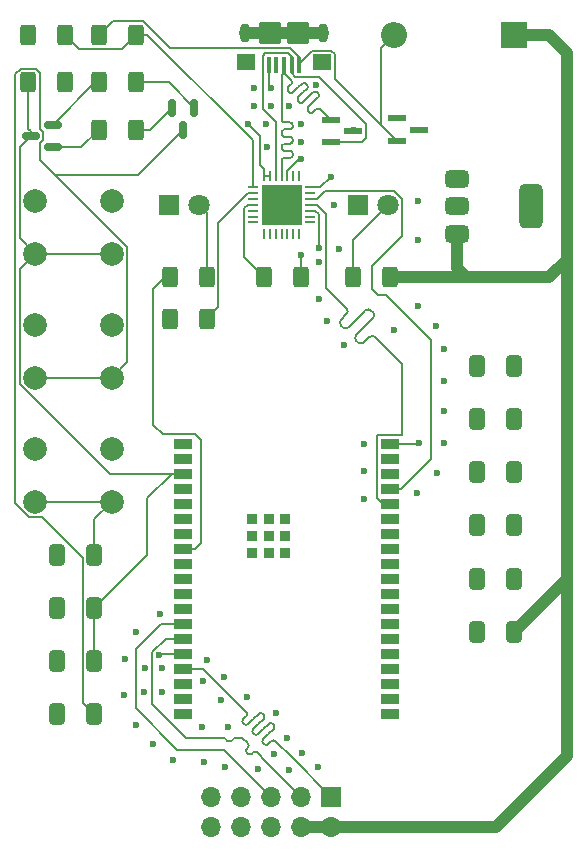
<source format=gbr>
%TF.GenerationSoftware,KiCad,Pcbnew,9.0.0*%
%TF.CreationDate,2025-03-28T11:35:54-04:00*%
%TF.ProjectId,Compute Node,436f6d70-7574-4652-904e-6f64652e6b69,rev?*%
%TF.SameCoordinates,Original*%
%TF.FileFunction,Copper,L1,Top*%
%TF.FilePolarity,Positive*%
%FSLAX46Y46*%
G04 Gerber Fmt 4.6, Leading zero omitted, Abs format (unit mm)*
G04 Created by KiCad (PCBNEW 9.0.0) date 2025-03-28 11:35:54*
%MOMM*%
%LPD*%
G01*
G04 APERTURE LIST*
G04 Aperture macros list*
%AMRoundRect*
0 Rectangle with rounded corners*
0 $1 Rounding radius*
0 $2 $3 $4 $5 $6 $7 $8 $9 X,Y pos of 4 corners*
0 Add a 4 corners polygon primitive as box body*
4,1,4,$2,$3,$4,$5,$6,$7,$8,$9,$2,$3,0*
0 Add four circle primitives for the rounded corners*
1,1,$1+$1,$2,$3*
1,1,$1+$1,$4,$5*
1,1,$1+$1,$6,$7*
1,1,$1+$1,$8,$9*
0 Add four rect primitives between the rounded corners*
20,1,$1+$1,$2,$3,$4,$5,0*
20,1,$1+$1,$4,$5,$6,$7,0*
20,1,$1+$1,$6,$7,$8,$9,0*
20,1,$1+$1,$8,$9,$2,$3,0*%
G04 Aperture macros list end*
%TA.AperFunction,ComponentPad*%
%ADD10R,1.700000X1.700000*%
%TD*%
%TA.AperFunction,ComponentPad*%
%ADD11O,1.700000X1.700000*%
%TD*%
%TA.AperFunction,SMDPad,CuDef*%
%ADD12RoundRect,0.250000X-0.412500X-0.650000X0.412500X-0.650000X0.412500X0.650000X-0.412500X0.650000X0*%
%TD*%
%TA.AperFunction,ComponentPad*%
%ADD13C,2.000000*%
%TD*%
%TA.AperFunction,SMDPad,CuDef*%
%ADD14RoundRect,0.250000X-0.400000X-0.625000X0.400000X-0.625000X0.400000X0.625000X-0.400000X0.625000X0*%
%TD*%
%TA.AperFunction,SMDPad,CuDef*%
%ADD15RoundRect,0.250000X0.400000X0.625000X-0.400000X0.625000X-0.400000X-0.625000X0.400000X-0.625000X0*%
%TD*%
%TA.AperFunction,SMDPad,CuDef*%
%ADD16RoundRect,0.100000X0.100000X0.575000X-0.100000X0.575000X-0.100000X-0.575000X0.100000X-0.575000X0*%
%TD*%
%TA.AperFunction,HeatsinkPad*%
%ADD17O,0.900000X1.600000*%
%TD*%
%TA.AperFunction,SMDPad,CuDef*%
%ADD18RoundRect,0.250000X0.550000X0.450000X-0.550000X0.450000X-0.550000X-0.450000X0.550000X-0.450000X0*%
%TD*%
%TA.AperFunction,SMDPad,CuDef*%
%ADD19RoundRect,0.250000X0.700000X0.700000X-0.700000X0.700000X-0.700000X-0.700000X0.700000X-0.700000X0*%
%TD*%
%TA.AperFunction,SMDPad,CuDef*%
%ADD20RoundRect,0.250000X0.412500X0.650000X-0.412500X0.650000X-0.412500X-0.650000X0.412500X-0.650000X0*%
%TD*%
%TA.AperFunction,SMDPad,CuDef*%
%ADD21RoundRect,0.150000X0.587500X0.150000X-0.587500X0.150000X-0.587500X-0.150000X0.587500X-0.150000X0*%
%TD*%
%TA.AperFunction,SMDPad,CuDef*%
%ADD22R,1.625600X0.609600*%
%TD*%
%TA.AperFunction,ComponentPad*%
%ADD23R,2.200000X2.200000*%
%TD*%
%TA.AperFunction,ComponentPad*%
%ADD24O,2.200000X2.200000*%
%TD*%
%TA.AperFunction,SMDPad,CuDef*%
%ADD25RoundRect,0.062500X-0.062500X0.337500X-0.062500X-0.337500X0.062500X-0.337500X0.062500X0.337500X0*%
%TD*%
%TA.AperFunction,SMDPad,CuDef*%
%ADD26RoundRect,0.062500X-0.337500X0.062500X-0.337500X-0.062500X0.337500X-0.062500X0.337500X0.062500X0*%
%TD*%
%TA.AperFunction,HeatsinkPad*%
%ADD27R,3.350000X3.350000*%
%TD*%
%TA.AperFunction,SMDPad,CuDef*%
%ADD28R,1.500000X0.900000*%
%TD*%
%TA.AperFunction,SMDPad,CuDef*%
%ADD29R,0.900000X0.900000*%
%TD*%
%TA.AperFunction,SMDPad,CuDef*%
%ADD30RoundRect,0.375000X-0.625000X-0.375000X0.625000X-0.375000X0.625000X0.375000X-0.625000X0.375000X0*%
%TD*%
%TA.AperFunction,SMDPad,CuDef*%
%ADD31RoundRect,0.500000X-0.500000X-1.400000X0.500000X-1.400000X0.500000X1.400000X-0.500000X1.400000X0*%
%TD*%
%TA.AperFunction,ComponentPad*%
%ADD32R,1.800000X1.800000*%
%TD*%
%TA.AperFunction,ComponentPad*%
%ADD33C,1.800000*%
%TD*%
%TA.AperFunction,SMDPad,CuDef*%
%ADD34RoundRect,0.150000X-0.150000X0.587500X-0.150000X-0.587500X0.150000X-0.587500X0.150000X0.587500X0*%
%TD*%
%TA.AperFunction,ViaPad*%
%ADD35C,0.600000*%
%TD*%
%TA.AperFunction,Conductor*%
%ADD36C,0.200000*%
%TD*%
%TA.AperFunction,Conductor*%
%ADD37C,1.000000*%
%TD*%
%TA.AperFunction,Conductor*%
%ADD38C,0.140000*%
%TD*%
G04 APERTURE END LIST*
D10*
%TO.P,J3,1,Pin_1*%
%TO.N,MOSI*%
X63540000Y-81960000D03*
D11*
%TO.P,J3,2,Pin_2*%
%TO.N,EXT_5V*%
X63540000Y-84500000D03*
%TO.P,J3,3,Pin_3*%
%TO.N,MISO*%
X61000000Y-81960000D03*
%TO.P,J3,4,Pin_4*%
%TO.N,EXT_5V*%
X61000000Y-84500000D03*
%TO.P,J3,5,Pin_5*%
%TO.N,SCLK*%
X58460000Y-81960000D03*
%TO.P,J3,6,Pin_6*%
%TO.N,GND*%
X58460000Y-84500000D03*
%TO.P,J3,7,Pin_7*%
%TO.N,CS*%
X55920000Y-81960000D03*
%TO.P,J3,8,Pin_8*%
%TO.N,GND*%
X55920000Y-84500000D03*
%TO.P,J3,9,Pin_9*%
%TO.N,ACK*%
X53380000Y-81960000D03*
%TO.P,J3,10,Pin_10*%
%TO.N,GND*%
X53380000Y-84500000D03*
%TD*%
D12*
%TO.P,C9,1*%
%TO.N,GND*%
X40375000Y-70500000D03*
%TO.P,C9,2*%
%TO.N,EN*%
X43500000Y-70500000D03*
%TD*%
D13*
%TO.P,SW2,1,1*%
%TO.N,GND*%
X38500000Y-42000000D03*
X45000000Y-42000000D03*
%TO.P,SW2,2,2*%
%TO.N,IO0*%
X38500000Y-46500000D03*
X45000000Y-46500000D03*
%TD*%
D14*
%TO.P,R9,1*%
%TO.N,Net-(U1-32K_XP{slash}GPIO32{slash}ADC1_CH4)*%
X49900000Y-38000000D03*
%TO.P,R9,2*%
%TO.N,Net-(D3-A)*%
X53000000Y-38000000D03*
%TD*%
D15*
%TO.P,R2,1*%
%TO.N,DTR*%
X47000000Y-25500000D03*
%TO.P,R2,2*%
%TO.N,Net-(Q1-B)*%
X43900000Y-25500000D03*
%TD*%
D16*
%TO.P,J2,1,VBUS*%
%TO.N,VBUS*%
X60850000Y-20025000D03*
%TO.P,J2,2,D-*%
%TO.N,Net-(J2-D-)*%
X60200000Y-20025000D03*
%TO.P,J2,3,D+*%
%TO.N,Net-(J2-D+)*%
X59550000Y-20025000D03*
%TO.P,J2,4,ID*%
%TO.N,unconnected-(J2-ID-Pad4)*%
X58900000Y-20025000D03*
%TO.P,J2,5,GND*%
%TO.N,GND*%
X58250000Y-20025000D03*
D17*
%TO.P,J2,6,Shield*%
X62850000Y-17350000D03*
D18*
X62750000Y-19800000D03*
D19*
X60750000Y-17350000D03*
X58350000Y-17350000D03*
D18*
X56350000Y-19800000D03*
D17*
X56250000Y-17350000D03*
%TD*%
D12*
%TO.P,C10,1*%
%TO.N,GND*%
X40375000Y-61500000D03*
%TO.P,C10,2*%
%TO.N,Net-(U1-32K_XN{slash}GPIO33{slash}ADC1_CH5)*%
X43500000Y-61500000D03*
%TD*%
D14*
%TO.P,R3,1*%
%TO.N,RTS*%
X43900000Y-21500000D03*
%TO.P,R3,2*%
%TO.N,Net-(Q2-B)*%
X47000000Y-21500000D03*
%TD*%
D20*
%TO.P,C5,1*%
%TO.N,VDD33*%
X79000000Y-50000000D03*
%TO.P,C5,2*%
%TO.N,GND*%
X75875000Y-50000000D03*
%TD*%
D14*
%TO.P,R7,1*%
%TO.N,Net-(U3-~{SUSPEND})*%
X57900000Y-38000000D03*
%TO.P,R7,2*%
%TO.N,GND*%
X61000000Y-38000000D03*
%TD*%
D20*
%TO.P,C2,1*%
%TO.N,VDD33*%
X79000000Y-59000000D03*
%TO.P,C2,2*%
%TO.N,GND*%
X75875000Y-59000000D03*
%TD*%
D21*
%TO.P,Q1,1,B*%
%TO.N,Net-(Q1-B)*%
X40000000Y-27000000D03*
%TO.P,Q1,2,E*%
%TO.N,RTS*%
X40000000Y-25100000D03*
%TO.P,Q1,3,C*%
%TO.N,EN*%
X38125000Y-26050000D03*
%TD*%
D20*
%TO.P,C6,1*%
%TO.N,VDD33*%
X79000000Y-45500000D03*
%TO.P,C6,2*%
%TO.N,GND*%
X75875000Y-45500000D03*
%TD*%
D13*
%TO.P,SW1,1,1*%
%TO.N,GND*%
X38500000Y-31500000D03*
X45000000Y-31500000D03*
%TO.P,SW1,2,2*%
%TO.N,EN*%
X38500000Y-36000000D03*
X45000000Y-36000000D03*
%TD*%
D22*
%TO.P,U5,1,1*%
%TO.N,GND*%
X69105950Y-24547500D03*
%TO.P,U5,2,2*%
%TO.N,VBUS*%
X69105950Y-26452500D03*
%TO.P,U5,3,3*%
%TO.N,GND*%
X71000000Y-25500000D03*
%TD*%
D12*
%TO.P,C3,1*%
%TO.N,GND*%
X40375000Y-66000000D03*
%TO.P,C3,2*%
%TO.N,EN*%
X43500000Y-66000000D03*
%TD*%
D23*
%TO.P,D2,1,K*%
%TO.N,EXT_5V*%
X79000000Y-17500000D03*
D24*
%TO.P,D2,2,A*%
%TO.N,VBUS*%
X68840000Y-17500000D03*
%TD*%
D25*
%TO.P,U3,1,~{DCD}*%
%TO.N,unconnected-(U3-~{DCD}-Pad1)*%
X60850000Y-29400000D03*
%TO.P,U3,2,~{RI}/CLK*%
%TO.N,unconnected-(U3-~{RI}{slash}CLK-Pad2)*%
X60350000Y-29400000D03*
%TO.P,U3,3,GND*%
%TO.N,GND*%
X59850000Y-29400000D03*
%TO.P,U3,4,D+*%
%TO.N,Net-(J2-D+)*%
X59350000Y-29400000D03*
%TO.P,U3,5,D-*%
%TO.N,Net-(J2-D-)*%
X58850000Y-29400000D03*
%TO.P,U3,6,VDD*%
%TO.N,VDD33*%
X58350000Y-29400000D03*
%TO.P,U3,7,VREGIN*%
X57850000Y-29400000D03*
D26*
%TO.P,U3,8,VBUS*%
%TO.N,Net-(U3-VBUS)*%
X56900000Y-30350000D03*
%TO.P,U3,9,~{RST}*%
%TO.N,Net-(U3-~{RST})*%
X56900000Y-30850000D03*
%TO.P,U3,10,NC*%
%TO.N,unconnected-(U3-NC-Pad10)*%
X56900000Y-31350000D03*
%TO.P,U3,11,~{SUSPEND}*%
%TO.N,Net-(U3-~{SUSPEND})*%
X56900000Y-31850000D03*
%TO.P,U3,12,SUSPEND*%
%TO.N,unconnected-(U3-SUSPEND-Pad12)*%
X56900000Y-32350000D03*
%TO.P,U3,13,CHREN*%
%TO.N,unconnected-(U3-CHREN-Pad13)*%
X56900000Y-32850000D03*
%TO.P,U3,14,CHR1*%
%TO.N,unconnected-(U3-CHR1-Pad14)*%
X56900000Y-33350000D03*
D25*
%TO.P,U3,15,CHR0*%
%TO.N,unconnected-(U3-CHR0-Pad15)*%
X57850000Y-34300000D03*
%TO.P,U3,16,~{WAKEUP}/GPIO.3*%
%TO.N,unconnected-(U3-~{WAKEUP}{slash}GPIO.3-Pad16)*%
X58350000Y-34300000D03*
%TO.P,U3,17,RS485/GPIO.2*%
%TO.N,unconnected-(U3-RS485{slash}GPIO.2-Pad17)*%
X58850000Y-34300000D03*
%TO.P,U3,18,~{RXT}/GPIO.1*%
%TO.N,unconnected-(U3-~{RXT}{slash}GPIO.1-Pad18)*%
X59350000Y-34300000D03*
%TO.P,U3,19,~{TXT}/GPIO.0*%
%TO.N,unconnected-(U3-~{TXT}{slash}GPIO.0-Pad19)*%
X59850000Y-34300000D03*
%TO.P,U3,20,GPIO.6*%
%TO.N,unconnected-(U3-GPIO.6-Pad20)*%
X60350000Y-34300000D03*
%TO.P,U3,21,GPIO.5*%
%TO.N,unconnected-(U3-GPIO.5-Pad21)*%
X60850000Y-34300000D03*
D26*
%TO.P,U3,22,GPIO.4*%
%TO.N,unconnected-(U3-GPIO.4-Pad22)*%
X61800000Y-33350000D03*
%TO.P,U3,23,~{CTS}*%
%TO.N,unconnected-(U3-~{CTS}-Pad23)*%
X61800000Y-32850000D03*
%TO.P,U3,24,~{RTS}*%
%TO.N,RTS*%
X61800000Y-32350000D03*
%TO.P,U3,25,RXD*%
%TO.N,TX*%
X61800000Y-31850000D03*
%TO.P,U3,26,TXD*%
%TO.N,RX*%
X61800000Y-31350000D03*
%TO.P,U3,27,~{DSR}*%
%TO.N,unconnected-(U3-~{DSR}-Pad27)*%
X61800000Y-30850000D03*
%TO.P,U3,28,~{DTR}*%
%TO.N,DTR*%
X61800000Y-30350000D03*
D27*
%TO.P,U3,29,GND*%
%TO.N,GND*%
X59350000Y-31850000D03*
%TD*%
D20*
%TO.P,C7,1*%
%TO.N,VDD33*%
X79000000Y-63500000D03*
%TO.P,C7,2*%
%TO.N,GND*%
X75875000Y-63500000D03*
%TD*%
D28*
%TO.P,U1,1,GND*%
%TO.N,GND*%
X51000000Y-52105000D03*
%TO.P,U1,2,3V3*%
%TO.N,VDD33*%
X51000000Y-53375000D03*
%TO.P,U1,3,EN/CHIP_PU*%
%TO.N,EN*%
X51000000Y-54645000D03*
%TO.P,U1,4,SENSOR_VP/GPIO36/ADC1_CH0*%
%TO.N,unconnected-(U1-SENSOR_VP{slash}GPIO36{slash}ADC1_CH0-Pad4)*%
X51000000Y-55915000D03*
%TO.P,U1,5,SENSOR_VN/GPIO39/ADC1_CH3*%
%TO.N,unconnected-(U1-SENSOR_VN{slash}GPIO39{slash}ADC1_CH3-Pad5)*%
X51000000Y-57185000D03*
%TO.P,U1,6,GPIO34/ADC1_CH6*%
%TO.N,unconnected-(U1-GPIO34{slash}ADC1_CH6-Pad6)*%
X51000000Y-58455000D03*
%TO.P,U1,7,GPIO35/ADC1_CH7*%
%TO.N,unconnected-(U1-GPIO35{slash}ADC1_CH7-Pad7)*%
X51000000Y-59725000D03*
%TO.P,U1,8,32K_XP/GPIO32/ADC1_CH4*%
%TO.N,Net-(U1-32K_XP{slash}GPIO32{slash}ADC1_CH4)*%
X51000000Y-60995000D03*
%TO.P,U1,9,32K_XN/GPIO33/ADC1_CH5*%
%TO.N,Net-(U1-32K_XN{slash}GPIO33{slash}ADC1_CH5)*%
X51000000Y-62265000D03*
%TO.P,U1,10,DAC_1/ADC2_CH8/GPIO25*%
%TO.N,unconnected-(U1-DAC_1{slash}ADC2_CH8{slash}GPIO25-Pad10)*%
X51000000Y-63535000D03*
%TO.P,U1,11,DAC_2/ADC2_CH9/GPIO26*%
%TO.N,unconnected-(U1-DAC_2{slash}ADC2_CH9{slash}GPIO26-Pad11)*%
X51000000Y-64805000D03*
%TO.P,U1,12,ADC2_CH7/GPIO27*%
%TO.N,unconnected-(U1-ADC2_CH7{slash}GPIO27-Pad12)*%
X51000000Y-66075000D03*
%TO.P,U1,13,MTMS/GPIO14/ADC2_CH6*%
%TO.N,SCLK*%
X51000000Y-67345000D03*
%TO.P,U1,14,MTDI/GPIO12/ADC2_CH5*%
%TO.N,MISO*%
X51000000Y-68615000D03*
%TO.P,U1,15,GND*%
%TO.N,GND*%
X51000000Y-69885000D03*
%TO.P,U1,16,MTCK/GPIO13/ADC2_CH4*%
%TO.N,MOSI*%
X51000000Y-71155000D03*
%TO.P,U1,17*%
%TO.N,N/C*%
X51000000Y-72425000D03*
%TO.P,U1,18*%
X51000000Y-73695000D03*
%TO.P,U1,19*%
X51000000Y-74965000D03*
%TO.P,U1,20*%
X68500000Y-74965000D03*
%TO.P,U1,21*%
X68500000Y-73695000D03*
%TO.P,U1,22*%
X68500000Y-72425000D03*
%TO.P,U1,23,MTDO/GPIO15/ADC2_CH3*%
%TO.N,CS*%
X68500000Y-71155000D03*
%TO.P,U1,24,ADC2_CH2/GPIO2*%
%TO.N,ACK*%
X68500000Y-69885000D03*
%TO.P,U1,25,GPIO0/BOOT/ADC2_CH1*%
%TO.N,IO0*%
X68500000Y-68615000D03*
%TO.P,U1,26,ADC2_CH0/GPIO4*%
%TO.N,unconnected-(U1-ADC2_CH0{slash}GPIO4-Pad26)*%
X68500000Y-67345000D03*
%TO.P,U1,27*%
%TO.N,N/C*%
X68500000Y-66075000D03*
%TO.P,U1,28*%
X68500000Y-64805000D03*
%TO.P,U1,29,GPIO5*%
%TO.N,unconnected-(U1-GPIO5-Pad29)*%
X68500000Y-63535000D03*
%TO.P,U1,30,GPIO18*%
%TO.N,unconnected-(U1-GPIO18-Pad30)*%
X68500000Y-62265000D03*
%TO.P,U1,31,GPIO19*%
%TO.N,unconnected-(U1-GPIO19-Pad31)*%
X68500000Y-60995000D03*
%TO.P,U1,32*%
%TO.N,N/C*%
X68500000Y-59725000D03*
%TO.P,U1,33,GPIO21*%
%TO.N,unconnected-(U1-GPIO21-Pad33)*%
X68500000Y-58455000D03*
%TO.P,U1,34,U0RXD/GPIO3*%
%TO.N,TX*%
X68500000Y-57185000D03*
%TO.P,U1,35,U0TXD/GPIO1*%
%TO.N,RX*%
X68500000Y-55915000D03*
%TO.P,U1,36,GPIO22*%
%TO.N,unconnected-(U1-GPIO22-Pad36)*%
X68500000Y-54645000D03*
%TO.P,U1,37,GPIO23*%
%TO.N,unconnected-(U1-GPIO23-Pad37)*%
X68500000Y-53375000D03*
%TO.P,U1,38,GND*%
%TO.N,GND*%
X68500000Y-52105000D03*
D29*
%TO.P,U1,39,GND_THERMAL*%
X56845000Y-58500000D03*
X56850000Y-59900000D03*
X56850000Y-61300000D03*
X58250000Y-58500000D03*
X58250000Y-59900000D03*
X58250000Y-61300000D03*
X59650000Y-58500000D03*
X59650000Y-59900000D03*
X59650000Y-61300000D03*
%TD*%
D20*
%TO.P,C1,1*%
%TO.N,EXT_5V*%
X79000000Y-68000000D03*
%TO.P,C1,2*%
%TO.N,GND*%
X75875000Y-68000000D03*
%TD*%
D22*
%TO.P,U4,1,1*%
%TO.N,Net-(J2-D+)*%
X63504000Y-24649450D03*
%TO.P,U4,2,2*%
%TO.N,Net-(J2-D-)*%
X63504000Y-26554450D03*
%TO.P,U4,3,3*%
%TO.N,GND*%
X65398050Y-25601950D03*
%TD*%
D30*
%TO.P,U2,1,GND*%
%TO.N,GND*%
X74200000Y-29700000D03*
%TO.P,U2,2,VO*%
%TO.N,VDD33*%
X74200000Y-32000000D03*
D31*
X80500000Y-32000000D03*
D30*
%TO.P,U2,3,VI*%
%TO.N,EXT_5V*%
X74200000Y-34300000D03*
%TD*%
D15*
%TO.P,R8,1*%
%TO.N,VDD33*%
X41000000Y-21500000D03*
%TO.P,R8,2*%
%TO.N,EN*%
X37900000Y-21500000D03*
%TD*%
D14*
%TO.P,R6,1*%
%TO.N,VDD33*%
X49900000Y-41500000D03*
%TO.P,R6,2*%
%TO.N,Net-(U3-~{RST})*%
X53000000Y-41500000D03*
%TD*%
D12*
%TO.P,C4,1*%
%TO.N,GND*%
X40375000Y-75000000D03*
%TO.P,C4,2*%
%TO.N,IO0*%
X43500000Y-75000000D03*
%TD*%
D14*
%TO.P,R5,1*%
%TO.N,GND*%
X37900000Y-17500000D03*
%TO.P,R5,2*%
%TO.N,Net-(U3-VBUS)*%
X41000000Y-17500000D03*
%TD*%
D13*
%TO.P,SW3,1,1*%
%TO.N,GND*%
X38500000Y-52500000D03*
X45000000Y-52500000D03*
%TO.P,SW3,2,2*%
%TO.N,Net-(U1-32K_XN{slash}GPIO33{slash}ADC1_CH5)*%
X38500000Y-57000000D03*
X45000000Y-57000000D03*
%TD*%
D32*
%TO.P,D3,1,K*%
%TO.N,GND*%
X49810000Y-31850000D03*
D33*
%TO.P,D3,2,A*%
%TO.N,Net-(D3-A)*%
X52350000Y-31850000D03*
%TD*%
D34*
%TO.P,Q2,1,B*%
%TO.N,Net-(Q2-B)*%
X51950000Y-23625000D03*
%TO.P,Q2,2,E*%
%TO.N,DTR*%
X50050000Y-23625000D03*
%TO.P,Q2,3,C*%
%TO.N,IO0*%
X51000000Y-25500000D03*
%TD*%
D20*
%TO.P,C8,1*%
%TO.N,VDD33*%
X79000000Y-54500000D03*
%TO.P,C8,2*%
%TO.N,GND*%
X75875000Y-54500000D03*
%TD*%
D15*
%TO.P,R4,1*%
%TO.N,Net-(U3-VBUS)*%
X47000000Y-17500000D03*
%TO.P,R4,2*%
%TO.N,VBUS*%
X43900000Y-17500000D03*
%TD*%
D32*
%TO.P,D1,1,K*%
%TO.N,GND*%
X65810000Y-31850000D03*
D33*
%TO.P,D1,2,A*%
%TO.N,Net-(D1-A)*%
X68350000Y-31850000D03*
%TD*%
D15*
%TO.P,R1,1*%
%TO.N,EXT_5V*%
X68500000Y-38000000D03*
%TO.P,R1,2*%
%TO.N,Net-(D1-A)*%
X65400000Y-38000000D03*
%TD*%
D35*
%TO.N,ACK*%
X68600000Y-69900000D03*
%TO.N,*%
X61000000Y-26500000D03*
X61000000Y-25000000D03*
%TO.N,GND*%
X59650000Y-61300000D03*
X52600000Y-76100000D03*
X65500000Y-25500000D03*
X58700000Y-78400000D03*
X76000000Y-63500000D03*
X70900000Y-34800000D03*
X70900000Y-40400000D03*
X47800000Y-71100000D03*
X52800000Y-79000000D03*
X70800000Y-56300000D03*
X49100000Y-66500000D03*
X47000000Y-68000000D03*
X76000000Y-54500000D03*
X76000000Y-50000000D03*
X62500000Y-36700000D03*
X59350000Y-31850000D03*
X64600000Y-43700000D03*
X56400000Y-73500000D03*
X48500000Y-77500000D03*
X58500000Y-23500000D03*
X73100000Y-52000000D03*
X57400000Y-79600000D03*
X56000000Y-20000000D03*
X76000000Y-59000000D03*
X68900000Y-42500000D03*
X70900000Y-31500000D03*
X59650000Y-58500000D03*
X49200000Y-71100000D03*
X61000000Y-36100000D03*
X58000000Y-25000000D03*
X52700000Y-72200000D03*
X58100000Y-27000000D03*
X38000000Y-17500000D03*
X56850000Y-59900000D03*
X56845000Y-58500000D03*
X47700000Y-73100000D03*
X58900000Y-74900000D03*
X72400000Y-42100000D03*
X61000000Y-28000000D03*
X58250000Y-59900000D03*
X57000000Y-22000000D03*
X54600000Y-79500000D03*
X63000000Y-20000000D03*
X46000000Y-73400000D03*
X73100000Y-49300000D03*
X49200000Y-73100000D03*
X40500000Y-75000000D03*
X51000000Y-52000000D03*
X40500000Y-70500000D03*
X54500000Y-71800000D03*
X76000000Y-68000000D03*
X73100000Y-44100000D03*
X66300000Y-54400000D03*
X66300000Y-56800000D03*
X54200000Y-73800000D03*
X53000000Y-70400000D03*
X47000000Y-75900000D03*
X63800000Y-31900000D03*
X71000000Y-25500000D03*
X40500000Y-66000000D03*
X46100000Y-70300000D03*
X59650000Y-59900000D03*
X62400000Y-79500000D03*
X72500000Y-54600000D03*
X66300000Y-52100000D03*
X63200000Y-41700000D03*
X49000000Y-70000000D03*
X59800000Y-77000000D03*
X56850000Y-61300000D03*
X62300000Y-21700000D03*
X62500000Y-39800000D03*
X60000000Y-79700000D03*
X58500000Y-22000000D03*
X54800000Y-76100000D03*
X40500000Y-61500000D03*
X58250000Y-58500000D03*
X60000000Y-23500000D03*
X61100000Y-78300000D03*
X73100000Y-46800000D03*
X71000000Y-52000000D03*
X74000000Y-29500000D03*
X57000000Y-23500000D03*
X58250000Y-61300000D03*
X50200000Y-78900000D03*
X76000000Y-45500000D03*
X69000000Y-24500000D03*
X64200000Y-35600000D03*
%TO.N,VDD33*%
X79000000Y-54500000D03*
X51000000Y-53500000D03*
X79000000Y-63500000D03*
X79000000Y-59000000D03*
X79000000Y-50000000D03*
X56500000Y-25000000D03*
X80500000Y-32000000D03*
X50000000Y-41500000D03*
X74000000Y-32000000D03*
X79000000Y-45500000D03*
X41000000Y-21500000D03*
%TO.N,IO0*%
X68500000Y-68615000D03*
X43500000Y-75000000D03*
%TO.N,Net-(U1-32K_XN{slash}GPIO33{slash}ADC1_CH5)*%
X51000000Y-62265000D03*
X43500000Y-61500000D03*
%TO.N,CS*%
X68500000Y-71155000D03*
%TO.N,RTS*%
X43900000Y-21500000D03*
X62500000Y-35500000D03*
%TO.N,DTR*%
X50050000Y-23625000D03*
X63500000Y-29500000D03*
%TD*%
D36*
%TO.N,ACK*%
X68585000Y-69885000D02*
X68600000Y-69900000D01*
X68500000Y-69885000D02*
X68585000Y-69885000D01*
%TO.N,GND*%
X58250000Y-20025000D02*
X58250000Y-21750000D01*
X49115000Y-69885000D02*
X51000000Y-69885000D01*
X70895000Y-52105000D02*
X71000000Y-52000000D01*
X49000000Y-70000000D02*
X49115000Y-69885000D01*
X68500000Y-52105000D02*
X70895000Y-52105000D01*
X58250000Y-21750000D02*
X58500000Y-22000000D01*
D37*
X62850000Y-17350000D02*
X56250000Y-17350000D01*
D36*
X59850000Y-29400000D02*
X59850000Y-28984202D01*
X59850000Y-28984202D02*
X60834202Y-28000000D01*
X60834202Y-28000000D02*
X61000000Y-28000000D01*
X61000000Y-38000000D02*
X61000000Y-36100000D01*
D37*
%TO.N,EXT_5V*%
X83500000Y-78500000D02*
X77500000Y-84500000D01*
X82000000Y-17500000D02*
X83500000Y-19000000D01*
X82000000Y-38000000D02*
X74500000Y-38000000D01*
X83500000Y-38000000D02*
X83500000Y-63500000D01*
X74500000Y-38000000D02*
X68500000Y-38000000D01*
X79000000Y-17500000D02*
X82000000Y-17500000D01*
X75000000Y-38000000D02*
X74500000Y-38000000D01*
X74200000Y-37200000D02*
X75000000Y-38000000D01*
X83500000Y-63500000D02*
X79000000Y-68000000D01*
X83500000Y-19000000D02*
X83500000Y-38000000D01*
X83500000Y-63500000D02*
X83500000Y-78500000D01*
X63540000Y-84500000D02*
X61000000Y-84500000D01*
X83500000Y-36500000D02*
X82000000Y-38000000D01*
X77500000Y-84500000D02*
X63540000Y-84500000D01*
X74200000Y-34300000D02*
X74200000Y-37200000D01*
D36*
%TO.N,VDD33*%
X57500000Y-26000000D02*
X56500000Y-25000000D01*
X57850000Y-28850000D02*
X57500000Y-28500000D01*
X57850000Y-29400000D02*
X58350000Y-29400000D01*
X57500000Y-28500000D02*
X57500000Y-26000000D01*
X57850000Y-29400000D02*
X57850000Y-28850000D01*
%TO.N,EN*%
X43500000Y-66000000D02*
X48000000Y-61500000D01*
X38500000Y-36000000D02*
X37199000Y-34699000D01*
X43500000Y-70500000D02*
X43500000Y-66000000D01*
X48000000Y-61500000D02*
X48000000Y-56695000D01*
X48000000Y-56695000D02*
X50050000Y-54645000D01*
X37199000Y-47038892D02*
X37199000Y-37301000D01*
X45000000Y-36000000D02*
X38500000Y-36000000D01*
X51000000Y-54645000D02*
X44805108Y-54645000D01*
X38125000Y-25625000D02*
X37900000Y-25400000D01*
X37199000Y-34699000D02*
X37199000Y-26976000D01*
X37199000Y-37301000D02*
X38500000Y-36000000D01*
X50050000Y-54645000D02*
X51000000Y-54645000D01*
X37199000Y-26976000D02*
X38125000Y-26050000D01*
X37900000Y-25400000D02*
X37900000Y-21500000D01*
X38500000Y-36000000D02*
X38000000Y-36000000D01*
X44805108Y-54645000D02*
X37199000Y-47038892D01*
X38125000Y-26050000D02*
X38125000Y-25625000D01*
%TO.N,IO0*%
X42536500Y-61798608D02*
X39038892Y-58301000D01*
X38535160Y-20324000D02*
X38903468Y-20692308D01*
X39163500Y-25709032D02*
X39163500Y-26390968D01*
X51000000Y-25500000D02*
X47169946Y-29330054D01*
X68500000Y-68615000D02*
X67968000Y-68615000D01*
X43500000Y-75000000D02*
X42536500Y-74036500D01*
X40169946Y-29330054D02*
X46301000Y-35461108D01*
X42536500Y-74036500D02*
X42536500Y-61798608D01*
X38903468Y-25449000D02*
X39163500Y-25709032D01*
X37961108Y-58301000D02*
X36798000Y-57137892D01*
X45000000Y-46500000D02*
X38500000Y-46500000D01*
X47169946Y-29330054D02*
X40169946Y-29330054D01*
X38903468Y-26651000D02*
X38903468Y-28063576D01*
X46301000Y-45199000D02*
X45000000Y-46500000D01*
X36798000Y-20790840D02*
X37264840Y-20324000D01*
X46301000Y-35461108D02*
X46301000Y-45199000D01*
X38903468Y-28063576D02*
X40169946Y-29330054D01*
X36798000Y-57137892D02*
X36798000Y-20790840D01*
X39163500Y-26390968D02*
X38903468Y-26651000D01*
X39038892Y-58301000D02*
X37961108Y-58301000D01*
X37264840Y-20324000D02*
X38535160Y-20324000D01*
X38903468Y-20692308D02*
X38903468Y-25449000D01*
%TO.N,Net-(U1-32K_XN{slash}GPIO33{slash}ADC1_CH5)*%
X45000000Y-57000000D02*
X38500000Y-57000000D01*
X43500000Y-61500000D02*
X43500000Y-58500000D01*
X43500000Y-58500000D02*
X45000000Y-57000000D01*
%TO.N,Net-(D1-A)*%
X65400000Y-38000000D02*
X65400000Y-34800000D01*
X65400000Y-34800000D02*
X68350000Y-31850000D01*
%TO.N,VBUS*%
X45076000Y-16324000D02*
X43900000Y-17500000D01*
X68840000Y-17500000D02*
X67740001Y-18599999D01*
X49912160Y-18601000D02*
X47635160Y-16324000D01*
X63851000Y-19114840D02*
X63535160Y-18799000D01*
X60850000Y-20025000D02*
X60850000Y-19350001D01*
X69105950Y-26452500D02*
X63851000Y-21197550D01*
X61964840Y-18799000D02*
X60850000Y-19913840D01*
X60100999Y-18601000D02*
X49912160Y-18601000D01*
X67740001Y-25086551D02*
X69105950Y-26452500D01*
X67740001Y-18599999D02*
X67740001Y-25086551D01*
X63535160Y-18799000D02*
X61964840Y-18799000D01*
X60850000Y-19350001D02*
X60100999Y-18601000D01*
X47635160Y-16324000D02*
X45076000Y-16324000D01*
X63851000Y-21197550D02*
X63851000Y-19114840D01*
X60850000Y-19913840D02*
X60850000Y-20025000D01*
%TO.N,Net-(D3-A)*%
X53000000Y-38500000D02*
X53000000Y-32500000D01*
X53000000Y-32500000D02*
X52350000Y-31850000D01*
D38*
%TO.N,SCLK*%
X49155000Y-67345000D02*
X47000000Y-69500000D01*
X47000000Y-69500000D02*
X47000000Y-74500000D01*
X47000000Y-74500000D02*
X50500000Y-78000000D01*
X54500000Y-78000000D02*
X58460000Y-81960000D01*
X50500000Y-78000000D02*
X54500000Y-78000000D01*
X51000000Y-67345000D02*
X49155000Y-67345000D01*
%TO.N,MISO*%
X57951667Y-78911667D02*
X61000000Y-81960000D01*
X57348147Y-78308147D02*
X57951667Y-78911667D01*
X57263293Y-78223292D02*
X57348147Y-78308147D01*
X55353314Y-77000000D02*
X55678726Y-77000000D01*
X51233000Y-77000000D02*
X54478726Y-77000000D01*
X56040000Y-77000000D02*
X56499619Y-77459619D01*
X48399000Y-74166000D02*
X51233000Y-77000000D01*
X48399000Y-69751057D02*
X48399000Y-74166000D01*
X54753314Y-77274588D02*
X55078726Y-77274588D01*
X55678726Y-77000000D02*
X56040000Y-77000000D01*
X56830019Y-78317156D02*
X56923882Y-78223292D01*
X51000000Y-68615000D02*
X49535057Y-68615000D01*
X56499619Y-77799030D02*
X56405755Y-77892893D01*
X56405755Y-78232304D02*
X56490607Y-78317156D01*
X49535057Y-68615000D02*
X48399000Y-69751057D01*
X56490607Y-78317156D02*
G75*
G03*
X56830019Y-78317156I169706J169704D01*
G01*
X54478726Y-77000000D02*
G75*
G02*
X54616000Y-77137294I-26J-137300D01*
G01*
X56499619Y-77459619D02*
G75*
G02*
X56499595Y-77799006I-169719J-169681D01*
G01*
X55078726Y-77274588D02*
G75*
G03*
X55215988Y-77137294I-26J137288D01*
G01*
X56923882Y-78223292D02*
G75*
G02*
X57263293Y-78223291I169706J-169707D01*
G01*
X55216020Y-77137294D02*
G75*
G02*
X55353314Y-77000020I137280J-6D01*
G01*
X56405755Y-77892893D02*
G75*
G03*
X56405753Y-78232305I169745J-169707D01*
G01*
X54616020Y-77137294D02*
G75*
G03*
X54753314Y-77274580I137280J-6D01*
G01*
%TO.N,MOSI*%
X57836995Y-75371263D02*
X57394129Y-75814130D01*
X56375898Y-75135309D02*
X56102736Y-75408470D01*
X58072951Y-76832362D02*
X57799738Y-77105575D01*
X58836625Y-77256625D02*
X58921478Y-77341478D01*
X57799738Y-77444986D02*
X57884590Y-77529838D01*
X60148500Y-78568500D02*
X63540000Y-81960000D01*
X57394129Y-75814130D02*
X57394130Y-75814130D01*
X58685508Y-76219804D02*
X58242656Y-76662657D01*
X56527000Y-75832733D02*
X56800161Y-75559571D01*
X56102736Y-75747881D02*
X56187588Y-75832733D01*
X52735000Y-71155000D02*
X56375898Y-74795898D01*
X58242656Y-76662657D02*
X58242657Y-76662657D01*
X58224002Y-77529838D02*
X58497214Y-77256625D01*
X51000000Y-71155000D02*
X52735000Y-71155000D01*
X50468000Y-71155000D02*
X51000000Y-71155000D01*
X56800161Y-75559571D02*
X56969866Y-75389866D01*
X57818393Y-76238392D02*
X57818393Y-76238393D01*
X57394130Y-75814130D02*
X56951246Y-76257013D01*
X58600656Y-75795540D02*
X58685508Y-75880392D01*
X57752143Y-74946999D02*
X57836995Y-75031851D01*
X56969866Y-75389866D02*
X57412731Y-74946998D01*
X58242657Y-76662657D02*
X58072951Y-76832362D01*
X57375510Y-76681276D02*
X57818393Y-76238392D01*
X56951246Y-76596424D02*
X57036098Y-76681276D01*
X57818393Y-76238393D02*
X58261244Y-75795539D01*
X58921478Y-77341478D02*
X60148500Y-78568500D01*
X58261244Y-75795539D02*
G75*
G02*
X58600606Y-75795589I169656J-169661D01*
G01*
X56187588Y-75832733D02*
G75*
G03*
X56527000Y-75832733I169706J169704D01*
G01*
X58685508Y-75880392D02*
G75*
G02*
X58685510Y-76219806I-169708J-169708D01*
G01*
X57036098Y-76681276D02*
G75*
G03*
X57375510Y-76681276I169706J169704D01*
G01*
X57412731Y-74946998D02*
G75*
G02*
X57752106Y-74947035I169669J-169702D01*
G01*
X58497214Y-77256625D02*
G75*
G02*
X58836625Y-77256625I169705J-169707D01*
G01*
X57799738Y-77105575D02*
G75*
G03*
X57799718Y-77445006I169662J-169725D01*
G01*
X56951246Y-76257013D02*
G75*
G03*
X56951264Y-76596406I169754J-169687D01*
G01*
X56102736Y-75408470D02*
G75*
G03*
X56102711Y-75747906I169664J-169730D01*
G01*
X57836995Y-75031851D02*
G75*
G02*
X57837038Y-75371306I-169695J-169749D01*
G01*
X56375898Y-74795898D02*
G75*
G02*
X56375895Y-75135305I-169698J-169702D01*
G01*
X57884590Y-77529838D02*
G75*
G03*
X58224002Y-77529838I169706J169704D01*
G01*
D36*
%TO.N,Net-(J2-D+)*%
X60059951Y-26682385D02*
X59590000Y-26682385D01*
X59350000Y-28122385D02*
X59350000Y-28242385D01*
X60775795Y-21921245D02*
X61094368Y-21602669D01*
X61518634Y-22026935D02*
X61200058Y-22345508D01*
X60351142Y-22345899D02*
X60606090Y-22090950D01*
X62048586Y-23194036D02*
X61878880Y-23363741D01*
X61200059Y-22345509D02*
X60775423Y-22770144D01*
X62642555Y-23788003D02*
X62727407Y-23872857D01*
X62048213Y-24042935D02*
X62303144Y-23788003D01*
X60299975Y-27522385D02*
X60299975Y-27642385D01*
X62388356Y-22345148D02*
X62473208Y-22430000D01*
X63044035Y-24189485D02*
X63504000Y-24649450D01*
X62473208Y-22769412D02*
X62048585Y-23194036D01*
X60059975Y-25482385D02*
X59590000Y-25482385D01*
X59590000Y-24882385D02*
X60059975Y-24882385D01*
X59350000Y-28349717D02*
X59350000Y-29400000D01*
X60299951Y-26322385D02*
X60299951Y-26442385D01*
X62048585Y-23194036D02*
X62048586Y-23194036D01*
X61623949Y-23958083D02*
X61708801Y-24042935D01*
X61624322Y-22769771D02*
X61624322Y-22769772D01*
X60181827Y-21666688D02*
X59926878Y-21921636D01*
X59350000Y-25722385D02*
X59350000Y-25842385D01*
X59590000Y-26082385D02*
X60059951Y-26082385D01*
X59350000Y-28242385D02*
X59350000Y-28349717D01*
X59350000Y-26922385D02*
X59350000Y-27042385D01*
X59550000Y-20695450D02*
X60181827Y-21327277D01*
X62727407Y-23872857D02*
X63044035Y-24189485D01*
X59550000Y-20699999D02*
X59350000Y-20899999D01*
X59550000Y-20025000D02*
X59550000Y-20695450D01*
X60775423Y-23109555D02*
X60860275Y-23194407D01*
X59550000Y-20025000D02*
X59550000Y-20699999D01*
X61199687Y-23194407D02*
X61624322Y-22769771D01*
X60059975Y-27882385D02*
X59590000Y-27882385D01*
X60606090Y-22090950D02*
X60775795Y-21921245D01*
X59926878Y-22261047D02*
X60011730Y-22345899D01*
X61878880Y-23363741D02*
X61623949Y-23618672D01*
X60299975Y-25122385D02*
X60299975Y-25242385D01*
X59350000Y-20899999D02*
X59350000Y-24642385D01*
X61433782Y-21602671D02*
X61518634Y-21687523D01*
X61624322Y-22769772D02*
X62048944Y-22345147D01*
X59590000Y-27282385D02*
X60059975Y-27282385D01*
X61200058Y-22345508D02*
X61200059Y-22345509D01*
X61623949Y-23618672D02*
G75*
G03*
X61623926Y-23958105I169751J-169728D01*
G01*
X60299951Y-26442385D02*
G75*
G02*
X60059951Y-26682351I-239951J-15D01*
G01*
X60299975Y-27642385D02*
G75*
G02*
X60059975Y-27882375I-239975J-15D01*
G01*
X62473208Y-22430000D02*
G75*
G02*
X62473202Y-22769406I-169708J-169700D01*
G01*
X60181827Y-21327277D02*
G75*
G02*
X60181845Y-21666705I-169727J-169723D01*
G01*
X61094368Y-21602669D02*
G75*
G02*
X61433808Y-21602645I169732J-169731D01*
G01*
X59590000Y-25482385D02*
G75*
G03*
X59349985Y-25722385I0J-240015D01*
G01*
X61518634Y-21687523D02*
G75*
G02*
X61518605Y-22026906I-169734J-169677D01*
G01*
X60775423Y-22770144D02*
G75*
G03*
X60775472Y-23109505I169677J-169656D01*
G01*
X60860275Y-23194407D02*
G75*
G03*
X61199687Y-23194407I169706J169704D01*
G01*
X59926878Y-21921636D02*
G75*
G03*
X59926919Y-22261005I169722J-169664D01*
G01*
X59350000Y-25842385D02*
G75*
G03*
X59590000Y-26082400I240000J-15D01*
G01*
X60059975Y-24882385D02*
G75*
G02*
X60300015Y-25122385I25J-240015D01*
G01*
X59350000Y-24642385D02*
G75*
G03*
X59590000Y-24882400I240000J-15D01*
G01*
X60011730Y-22345899D02*
G75*
G03*
X60351142Y-22345899I169706J169704D01*
G01*
X60059951Y-26082385D02*
G75*
G02*
X60300015Y-26322385I49J-240015D01*
G01*
X60059975Y-27282385D02*
G75*
G02*
X60300015Y-27522385I25J-240015D01*
G01*
X60299975Y-25242385D02*
G75*
G02*
X60059975Y-25482375I-239975J-15D01*
G01*
X61708801Y-24042935D02*
G75*
G03*
X62048213Y-24042935I169706J169704D01*
G01*
X62303144Y-23788003D02*
G75*
G02*
X62642555Y-23788002I169706J-169707D01*
G01*
X59350000Y-27042385D02*
G75*
G03*
X59590000Y-27282400I240000J-15D01*
G01*
X62048944Y-22345147D02*
G75*
G02*
X62388307Y-22345197I169656J-169753D01*
G01*
X59590000Y-26682385D02*
G75*
G03*
X59349985Y-26922385I0J-240015D01*
G01*
X59590000Y-27882385D02*
G75*
G03*
X59349985Y-28122385I0J-240015D01*
G01*
%TO.N,Net-(J2-D-)*%
X59898999Y-19049000D02*
X57981130Y-19049000D01*
X57981130Y-19049000D02*
X57749000Y-19281130D01*
X66511850Y-26207750D02*
X66511850Y-24996150D01*
X66165150Y-26554450D02*
X66511850Y-26207750D01*
X57749000Y-19281130D02*
X57749000Y-23749000D01*
X60200000Y-20699999D02*
X60200000Y-20025000D01*
X62516700Y-21001000D02*
X60501001Y-21001000D01*
X58850000Y-24850000D02*
X58850000Y-29400000D01*
X66511850Y-24996150D02*
X62516700Y-21001000D01*
X57749000Y-23749000D02*
X58850000Y-24850000D01*
X63504000Y-26554450D02*
X66165150Y-26554450D01*
X60200000Y-20025000D02*
X60200000Y-19350001D01*
X60200000Y-19350001D02*
X59898999Y-19049000D01*
X60501001Y-21001000D02*
X60200000Y-20699999D01*
%TO.N,Net-(Q1-B)*%
X42400000Y-27000000D02*
X43900000Y-25500000D01*
X40000000Y-27000000D02*
X42400000Y-27000000D01*
%TO.N,RTS*%
X62500000Y-32634202D02*
X62500000Y-35500000D01*
X40000000Y-25100000D02*
X43600000Y-21500000D01*
X43600000Y-21500000D02*
X43900000Y-21500000D01*
X61800000Y-32350000D02*
X62215798Y-32350000D01*
X62215798Y-32350000D02*
X62500000Y-32634202D01*
%TO.N,DTR*%
X61800000Y-30350000D02*
X62650000Y-30350000D01*
X48175000Y-25500000D02*
X50050000Y-23625000D01*
X47000000Y-25500000D02*
X48175000Y-25500000D01*
X62650000Y-30350000D02*
X63500000Y-29500000D01*
%TO.N,Net-(Q2-B)*%
X47000000Y-21500000D02*
X49825000Y-21500000D01*
X49825000Y-21500000D02*
X51950000Y-23625000D01*
%TO.N,Net-(U3-VBUS)*%
X56900000Y-26400000D02*
X48000000Y-17500000D01*
X47000000Y-17500000D02*
X45824000Y-18676000D01*
X45824000Y-18676000D02*
X42176000Y-18676000D01*
X42176000Y-18676000D02*
X41000000Y-17500000D01*
X56900000Y-30350000D02*
X56900000Y-26400000D01*
X48000000Y-17500000D02*
X47000000Y-17500000D01*
%TO.N,Net-(U3-~{RST})*%
X56900000Y-30850000D02*
X56484202Y-30850000D01*
X56484202Y-30850000D02*
X53951000Y-33383202D01*
X53951000Y-40549000D02*
X53000000Y-41500000D01*
X53951000Y-33383202D02*
X53951000Y-40549000D01*
%TO.N,Net-(U3-~{SUSPEND})*%
X56199000Y-32135202D02*
X56199000Y-36299000D01*
X56484202Y-31850000D02*
X56199000Y-32135202D01*
X56199000Y-36299000D02*
X57900000Y-38000000D01*
X56900000Y-31850000D02*
X56484202Y-31850000D01*
%TO.N,Net-(U1-32K_XP{slash}GPIO32{slash}ADC1_CH4)*%
X48500000Y-50500000D02*
X49305000Y-51305000D01*
X52005000Y-60995000D02*
X51000000Y-60995000D01*
X49500000Y-38000000D02*
X48500000Y-39000000D01*
X52002000Y-51305000D02*
X52500000Y-51803000D01*
X52500000Y-60500000D02*
X52005000Y-60995000D01*
X49305000Y-51305000D02*
X52002000Y-51305000D01*
X49900000Y-38000000D02*
X49500000Y-38000000D01*
X52500000Y-51803000D02*
X52500000Y-60500000D01*
X48500000Y-39000000D02*
X48500000Y-50500000D01*
%TO.N,TX*%
X67091680Y-40940663D02*
X66962984Y-40811967D01*
X64843151Y-40615316D02*
X64714459Y-40486623D01*
X66130089Y-42417027D02*
X66387476Y-42159640D01*
X67449000Y-51354000D02*
X67449000Y-56666000D01*
X67301388Y-43073552D02*
X69551000Y-45323164D01*
X65486620Y-41773557D02*
X65039809Y-42220368D01*
X64396271Y-40168435D02*
X63101000Y-38873164D01*
X66448210Y-40811967D02*
X65744006Y-41516170D01*
X69551000Y-51354000D02*
X67449000Y-51354000D01*
X65744008Y-41516172D02*
X65486620Y-41773557D01*
X63101000Y-32601000D02*
X62350000Y-31850000D01*
X63101000Y-38873164D02*
X63101000Y-32601000D01*
X64396341Y-41576900D02*
X64843152Y-41130090D01*
X66387476Y-42159640D02*
X66387477Y-42159641D01*
X65811969Y-43507315D02*
X65683272Y-43378618D01*
X64525037Y-42220369D02*
X64396342Y-42091674D01*
X65683271Y-42863844D02*
X66130089Y-42417027D01*
X69551000Y-45323164D02*
X69551000Y-51354000D01*
X64714459Y-40486623D02*
X64396271Y-40168435D01*
X65744006Y-41516170D02*
X65744008Y-41516172D01*
X66773560Y-43060498D02*
X66326741Y-43507314D01*
X67968000Y-57185000D02*
X68500000Y-57185000D01*
X62350000Y-31850000D02*
X61800000Y-31850000D01*
X66387477Y-42159641D02*
X67091680Y-41455437D01*
X67449000Y-56666000D02*
X67968000Y-57185000D01*
X67288334Y-43060498D02*
X67301388Y-43073552D01*
X66962984Y-40811967D02*
G75*
G03*
X66448210Y-40811967I-257387J-257388D01*
G01*
X65683272Y-43378618D02*
G75*
G02*
X65683240Y-42863814I257428J257418D01*
G01*
X64843152Y-41130090D02*
G75*
G03*
X64843154Y-40615312I-257352J257390D01*
G01*
X64396342Y-42091674D02*
G75*
G02*
X64396354Y-41576914I257358J257374D01*
G01*
X66326741Y-43507314D02*
G75*
G02*
X65812014Y-43507270I-257341J257414D01*
G01*
X67288334Y-43060498D02*
G75*
G03*
X66773560Y-43060498I-257387J-257388D01*
G01*
X65039809Y-42220368D02*
G75*
G02*
X64525014Y-42220392I-257409J257368D01*
G01*
X67091680Y-41455437D02*
G75*
G03*
X67091630Y-40940713I-257380J257337D01*
G01*
%TO.N,RX*%
X69551000Y-34462160D02*
X69551000Y-31352529D01*
X72000000Y-43311160D02*
X68188840Y-39500000D01*
X72000000Y-53365000D02*
X72000000Y-43311160D01*
X68847471Y-30649000D02*
X63064798Y-30649000D01*
X62363798Y-31350000D02*
X61800000Y-31350000D01*
X69450000Y-55915000D02*
X72000000Y-53365000D01*
X67500000Y-39500000D02*
X67000000Y-39000000D01*
X69551000Y-31352529D02*
X68847471Y-30649000D01*
X67000000Y-37013160D02*
X69551000Y-34462160D01*
X68500000Y-55915000D02*
X69450000Y-55915000D01*
X68188840Y-39500000D02*
X67500000Y-39500000D01*
X67000000Y-39000000D02*
X67000000Y-37013160D01*
X63064798Y-30649000D02*
X62363798Y-31350000D01*
%TD*%
M02*

</source>
